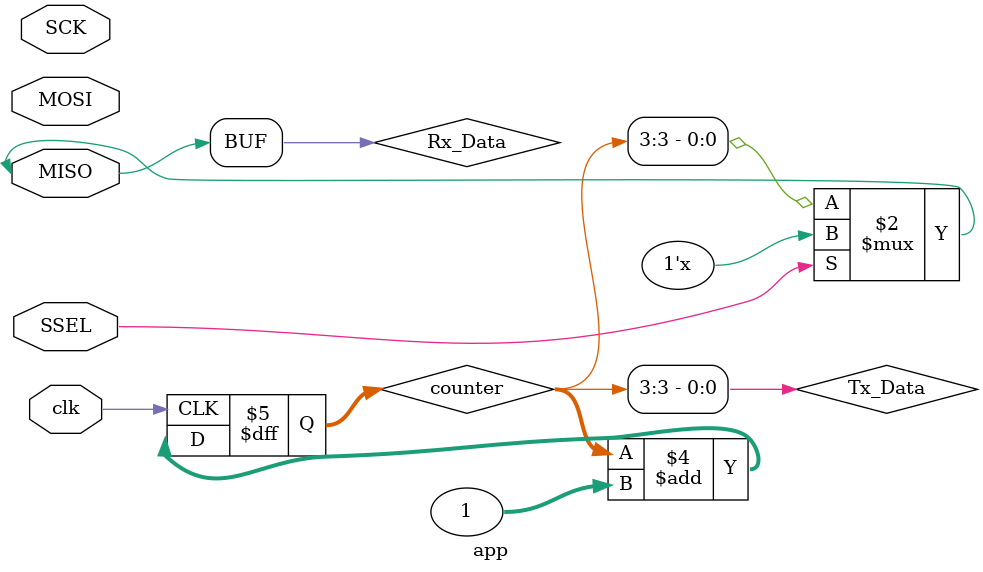
<source format=v>
/*
  MISO is at high impedance when CS=1, otherwise square signal with period clk/8
*/
module app (
    input wire clk,
    input wire SSEL,
    input wire MOSI,
    input wire SCK,
    inout wire MISO
);

reg [32:0] counter;
reg test;
wire Tx_En;
wire Rx_Data;
assign Tx_En = ~SSEL;
wire Tx_Data = counter[3];
assign MISO = Tx_En ? Tx_Data : 1'bZ;
assign Rx_Data = MISO;

always @(posedge clk) begin
    counter <= counter + 1;
    test <= Rx_Data;
end

endmodule

</source>
